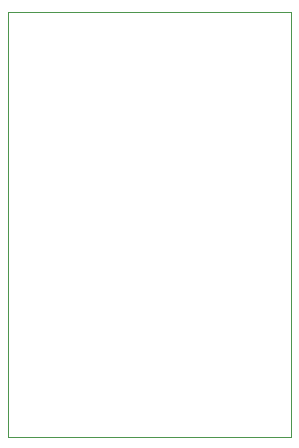
<source format=gm1>
%TF.GenerationSoftware,KiCad,Pcbnew,(6.0.0)*%
%TF.CreationDate,2023-03-26T17:46:31-04:00*%
%TF.ProjectId,daughterBoard,64617567-6874-4657-9242-6f6172642e6b,rev?*%
%TF.SameCoordinates,Original*%
%TF.FileFunction,Profile,NP*%
%FSLAX46Y46*%
G04 Gerber Fmt 4.6, Leading zero omitted, Abs format (unit mm)*
G04 Created by KiCad (PCBNEW (6.0.0)) date 2023-03-26 17:46:31*
%MOMM*%
%LPD*%
G01*
G04 APERTURE LIST*
%TA.AperFunction,Profile*%
%ADD10C,0.100000*%
%TD*%
G04 APERTURE END LIST*
D10*
X124000000Y-50000000D02*
X124000000Y-86000000D01*
X100000000Y-50000000D02*
X100000000Y-86000000D01*
X100000000Y-50000000D02*
X124000000Y-50000000D01*
X124000000Y-86000000D02*
X100000000Y-86000000D01*
M02*

</source>
